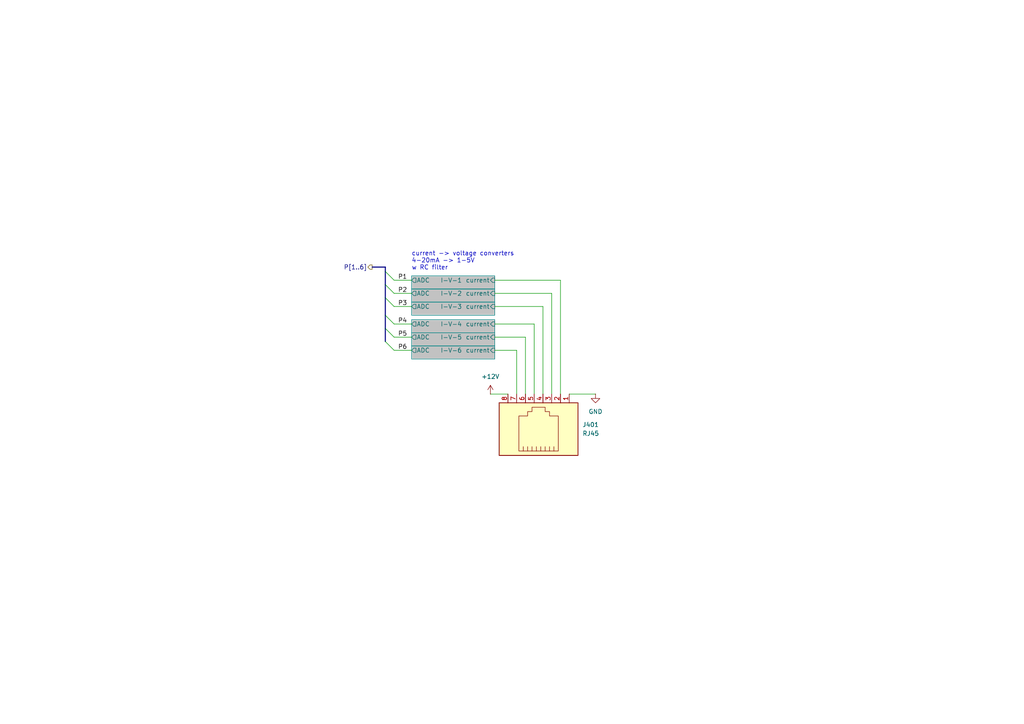
<source format=kicad_sch>
(kicad_sch (version 20231120) (generator "eeschema") (generator_version "8.0")
  (paper "A4")
  (lib_symbols
    (symbol "Connector:RJ45" (pin_names (offset 1.016))
      (property "Reference" "J" (at -5.08 13.97 0))
      (property "Value" "RJ45" (at 2.54 13.97 0))
      (symbol "RJ45_0_1"
        (polyline (pts (xy -5.08 4.445) (xy -6.35 4.445)))
        (polyline (pts (xy -5.08 5.715) (xy -6.35 5.715)))
        (polyline (pts (xy -6.35 -3.175) (xy -5.08 -3.175) (xy -5.08 -3.175)))
        (polyline (pts (xy -6.35 -1.905) (xy -5.08 -1.905) (xy -5.08 -1.905)))
        (polyline (pts (xy -6.35 -0.635) (xy -5.08 -0.635) (xy -5.08 -0.635)))
        (polyline (pts (xy -6.35 0.635) (xy -5.08 0.635) (xy -5.08 0.635)))
        (polyline (pts (xy -6.35 1.905) (xy -5.08 1.905) (xy -5.08 1.905)))
        (polyline (pts (xy -5.08 3.175) (xy -6.35 3.175) (xy -6.35 3.175)))
        (polyline (pts (xy -6.35 -4.445) (xy -6.35 6.985) (xy 3.81 6.985) (xy 3.81 4.445) (xy 5.08 4.445) (xy 5.08 3.175) (xy 6.35 3.175) (xy 6.35 -0.635) (xy 5.08 -0.635) (xy 5.08 -1.905) (xy 3.81 -1.905) (xy 3.81 -4.445) (xy -6.35 -4.445) (xy -6.35 -4.445)))
        (rectangle (start 7.62 12.7) (end -7.62 -10.16) (stroke (width 0.254)) (fill (type background)))
      )
      (symbol "RJ45_1_1"
        (pin passive line (at 10.16 -7.62 180) (length 2.54) (name "~") (number "1"))
        (pin passive line (at 10.16 -5.08 180) (length 2.54) (name "~") (number "2"))
        (pin passive line (at 10.16 -2.54 180) (length 2.54) (name "~") (number "3"))
        (pin passive line (at 10.16 0 180) (length 2.54) (name "~") (number "4"))
        (pin passive line (at 10.16 2.54 180) (length 2.54) (name "~") (number "5"))
        (pin passive line (at 10.16 5.08 180) (length 2.54) (name "~") (number "6"))
        (pin passive line (at 10.16 7.62 180) (length 2.54) (name "~") (number "7"))
        (pin passive line (at 10.16 10.16 180) (length 2.54) (name "~") (number "8"))
      )
    )
    (symbol "power:+12V" (power) (pin_numbers hide) (pin_names (offset 0) hide)
      (property "Value" "+12V" (at 0 3.556 0))
      (symbol "+12V_0_1"
        (polyline (pts (xy -0.762 1.27) (xy 0 2.54)))
        (polyline (pts (xy 0 0) (xy 0 2.54)))
        (polyline (pts (xy 0 2.54) (xy 0.762 1.27)))
      )
      (symbol "+12V_1_1"
        (pin power_in line (at 0 0 90) (length 0) (name "~") (number "1"))
      )
    )
    (symbol "power:GND" (power) (pin_numbers hide) (pin_names (offset 0) hide)
      (property "Value" "GND" (at 0 -3.81 0))
      (symbol "GND_0_1"
        (polyline (pts (xy 0 0) (xy 0 -1.27) (xy 1.27 -1.27) (xy 0 -2.54) (xy -1.27 -1.27) (xy 0 -1.27)))
      )
      (symbol "GND_1_1"
        (pin power_in line (at 0 0 270) (length 0) (name "~") (number "1"))
      )
    )
  )
  (bus_entry (at 111.76 91.44) (size 2.54 2.54))
  (bus_entry (at 111.76 95.25) (size 2.54 2.54))
  (bus_entry (at 111.76 78.74) (size 2.54 2.54))
  (bus_entry (at 111.76 99.06) (size 2.54 2.54))
  (bus_entry (at 111.76 82.55) (size 2.54 2.54))
  (bus_entry (at 111.76 86.36) (size 2.54 2.54))
  (bus (pts (xy 111.76 86.36) (xy 111.76 82.55)))
  (bus (pts (xy 111.76 91.44) (xy 111.76 95.25)))
  (wire (pts (xy 154.94 93.98) (xy 143.51 93.98)))
  (wire (pts (xy 160.02 85.09) (xy 143.51 85.09)))
  (wire (pts (xy 143.51 88.9) (xy 157.48 88.9)))
  (bus (pts (xy 111.76 78.74) (xy 111.76 82.55)))
  (wire (pts (xy 114.3 81.28) (xy 119.38 81.28)))
  (wire (pts (xy 114.3 93.98) (xy 119.38 93.98)))
  (wire (pts (xy 165.1 114.3) (xy 172.72 114.3)))
  (wire (pts (xy 160.02 85.09) (xy 160.02 114.3)))
  (wire (pts (xy 114.3 101.6) (xy 119.38 101.6)))
  (bus (pts (xy 111.76 77.47) (xy 111.76 78.74)))
  (bus (pts (xy 107.95 77.47) (xy 111.76 77.47)))
  (wire (pts (xy 154.94 93.98) (xy 154.94 114.3)))
  (wire (pts (xy 157.48 88.9) (xy 157.48 114.3)))
  (wire (pts (xy 162.56 81.28) (xy 162.56 114.3)))
  (wire (pts (xy 143.51 97.79) (xy 152.4 97.79)))
  (wire (pts (xy 152.4 97.79) (xy 152.4 114.3)))
  (wire (pts (xy 114.3 85.09) (xy 119.38 85.09)))
  (wire (pts (xy 149.86 101.6) (xy 149.86 114.3)))
  (wire (pts (xy 143.51 81.28) (xy 162.56 81.28)))
  (bus (pts (xy 111.76 86.36) (xy 111.76 91.44)))
  (wire (pts (xy 114.3 88.9) (xy 119.38 88.9)))
  (wire (pts (xy 114.3 97.79) (xy 119.38 97.79)))
  (wire (pts (xy 149.86 101.6) (xy 143.51 101.6)))
  (bus (pts (xy 111.76 95.25) (xy 111.76 99.06)))
  (wire (pts (xy 142.24 114.3) (xy 147.32 114.3)))
  (text "current -> voltage converters\n4-20mA -> 1-5V\nw RC filter" (at 119.38 75.692 0) (effects (font (size 1.27 1.27)) (justify left)))
  (label "P2" (at 118.11 85.09 180))
  (label "P3" (at 118.11 88.9 180))
  (label "P1" (at 118.11 81.28 180))
  (label "P4" (at 118.11 93.98 180))
  (label "P5" (at 118.11 97.79 180))
  (label "P6" (at 118.11 101.6 180))
  (hierarchical_label "P[1..6]" (shape output) (at 107.95 77.47 180))
  (symbol (lib_id "power:GND") (at 172.72 114.3 0) (unit 1)
    (property "Reference" "#PWR0718" (effects (hide yes)))
    (property "Value" "GND" (at 172.72 119.38 0))
    (property "Description" "Power symbol creates a global label with name \"GND\" , ground" (effects (hide yes)))
  )
  (symbol (lib_id "Connector:RJ45") (at 157.48 124.46 90) (unit 1)
    (property "Reference" "J401" (at 168.91 123.1899 90) (effects (justify right)))
    (property "Value" "RJ45" (at 168.91 125.7299 90) (effects (justify right)))
    (property "Footprint" "Connector_RJ:RJ45_Amphenol_54602-x08_Horizontal" (effects (hide yes)))
    (property "Description" "RJ connector, 8P8C (8 positions 8 connected)" (effects (hide yes)))
  )
  (symbol (lib_id "power:+12V") (at 142.24 114.3 0) (unit 1)
    (property "Reference" "#PWR0717" (effects (hide yes)))
    (property "Value" "+12V" (at 142.24 109.22 0))
    (property "Description" "Power symbol creates a global label with name \"+12V\"" (effects (hide yes)))
  )
  (sheet (at 119.38 100.33) (size 24.13 3.81) (stroke (width 0.1524) (color 0 132 132 1)) (fill (color 194 194 194 1.0000))
    (property "Sheetname" "I-V-6" (at 127.762 102.362 0) (effects (justify left bottom)))
    (property "Sheetfile" "I-V-converter.kicad_sch" (effects (hide yes)))
    (pin "ADC" output (at 119.38 101.6 180))
    (pin "current" input (at 143.51 101.6 0))
  )
  (sheet (at 119.38 80.01) (size 24.13 3.81) (stroke (width 0.1524) (color 0 132 132 1)) (fill (color 194 194 194 1.0000))
    (property "Sheetname" "I-V-1" (at 127.762 82.042 0) (effects (justify left bottom)))
    (property "Sheetfile" "I-V-converter.kicad_sch" (effects (hide yes)))
    (pin "ADC" output (at 119.38 81.28 180))
    (pin "current" input (at 143.51 81.28 0))
  )
  (sheet (at 119.38 87.63) (size 24.13 3.81) (stroke (width 0.1524) (color 0 132 132 1)) (fill (color 194 194 194 1.0000))
    (property "Sheetname" "I-V-3" (at 127.762 89.662 0) (effects (justify left bottom)))
    (property "Sheetfile" "I-V-converter.kicad_sch" (effects (hide yes)))
    (pin "ADC" output (at 119.38 88.9 180))
    (pin "current" input (at 143.51 88.9 0))
  )
  (sheet (at 119.38 92.71) (size 24.13 3.81) (stroke (width 0.1524) (color 0 132 132 1)) (fill (color 194 194 194 1.0000))
    (property "Sheetname" "I-V-4" (at 127.762 94.742 0) (effects (justify left bottom)))
    (property "Sheetfile" "I-V-converter.kicad_sch" (effects (hide yes)))
    (pin "ADC" output (at 119.38 93.98 180))
    (pin "current" input (at 143.51 93.98 0))
  )
  (sheet (at 119.38 83.82) (size 24.13 3.81) (stroke (width 0.1524) (color 0 132 132 1)) (fill (color 194 194 194 1.0000))
    (property "Sheetname" "I-V-2" (at 127.762 85.852 0) (effects (justify left bottom)))
    (property "Sheetfile" "I-V-converter.kicad_sch" (effects (hide yes)))
    (pin "ADC" output (at 119.38 85.09 180))
    (pin "current" input (at 143.51 85.09 0))
  )
  (sheet (at 119.38 96.52) (size 24.13 3.81) (stroke (width 0.1524) (color 0 132 132 1)) (fill (color 194 194 194 1.0000))
    (property "Sheetname" "I-V-5" (at 127.762 98.552 0) (effects (justify left bottom)))
    (property "Sheetfile" "I-V-converter.kicad_sch" (effects (hide yes)))
    (pin "ADC" output (at 119.38 97.79 180))
    (pin "current" input (at 143.51 97.79 0))
  )
)
</source>
